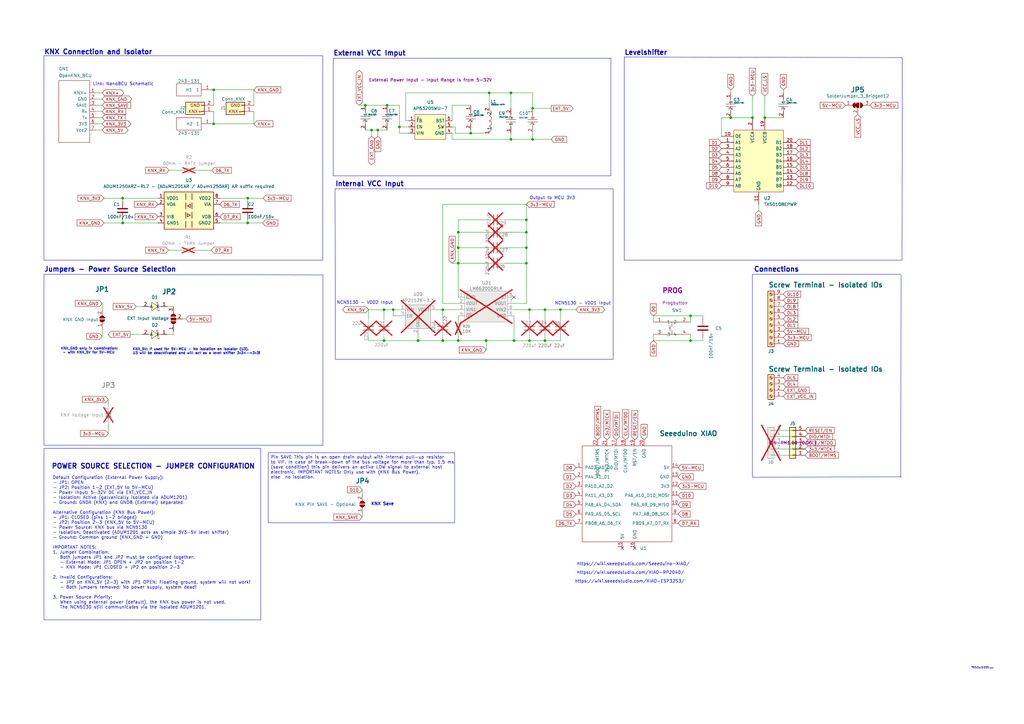
<source format=kicad_sch>
(kicad_sch (version 20250114) (generator "eeschema") (generator_version "9.0")
  (paper "A3")
  (title_block (title "KNeoPix") (date "2023-02-12") (rev "1.3") (company "OpenKNX") (comment 2 "URL: https://github.com/OpenKNX") (comment 3 "Author: Erkan Çolak"))
  (rectangle (start 18.034 183.896) (end 106.934 254.254))
  (text "KNX_5V: If used for 5V-MCU - No isolation on isolator (U3).\nU3 will be deacktivated and will act as a level shifter 3v3<->3v3!" (at 54.356 145.542 0) (effects (font (size 1 1) (bold yes)) (justify left bottom)))
  (text "External VCC Imput" (at 136.652 23.114 0) (effects (font (size 2 2) (bold yes)) (justify left bottom)))
  (text "Jumpers - Power Source Selection" (at 18.034 111.76 0) (effects (font (size 2 2) (bold yes)) (justify left bottom)))
  (text "Output to MCU 3V3" (at 226.568 81.28 0) (effects (font (size 1.27 1.27))))
  (text "Levelshifter" (at 256.032 22.86 0) (effects (font (size 2 2) (bold yes)) (justify left bottom)))
  (text "Link: NanoBCU Schematic" (at 50.546 34.544 0) (effects (font (size 1.27 1.27))))
  (text "KNX_GND only in combination:\n - with KNX_5V for 5V-MCU" (at 24.892 145.288 0) (effects (font (size 1 1) (bold yes)) (justify left bottom)))
  (text "Pin SAVE This pin is an open drain output with internal pull-up resistor \nto VIF. In case of break-down of the bus voltage for more than typ. 1.5 ms \n(save condition) this pin delivers an active LOW signal to external host \nelectronic. IMPORTANT NOTES: Only use with (KNX Bus Power), \nelse  no isolation." (at 110.998 196.596 0) (effects (font (size 1.27 1.27)) (justify left bottom)))
  (text "KNX Connection and Isolator" (at 18.034 22.606 0) (effects (font (size 2 2) (bold yes)) (justify left bottom)))
  (text "https://wiki.seeedstudio.com/XIAO-RP2040/" (at 236.601 235.712 0) (effects (font (size 1.27 1.27)) (justify left bottom)))
  (text "https://wiki.seeedstudio.com/XIAO-ESP32S3/" (at 235.712 239.268 0) (effects (font (size 1.27 1.27)) (justify left bottom)))
  (text "POWER SOURCE SELECTION - JUMPER CONFIGURATION" (at 21.082 192.532 0) (effects (font (size 2 2) (bold yes)) (justify left bottom)))
  (text "Default Configuration (External Power Supply):\n- JP1: OPEN\n- JP2: Position 1-2 (EXT_5V to 5V-MCU)\n- Power Input: 5-32V DC via EXT_VCC_IN\n- Isolation: Active (galvanically isolated via ADUM1201)\n- Ground: GNDA (KNX) and GNDB (External) separated\n\nAlternative Configuration (KNX Bus Power):\n- JP1: CLOSED (pins 1-2 bridged)\n- JP2: Position 2-3 (KNX_5V to 5V-MCU)\n- Power Source: KNX bus via NCN5130\n- Isolation: Deactivated (ADUM1201 acts as simple 3V3-5V level shifter)\n- Ground: Common ground (KNX_GND = GND)\n\nIMPORTANT NOTES:\n1. Jumper Combination:\n   Both jumpers JP1 and JP2 must be configured together:\n   - External Mode: JP1 OPEN + JP2 on position 1-2\n   - KNX Mode: JP1 CLOSED + JP2 on position 2-3\n\n2. Invalid Configurations:\n   - JP2 on KNX_5V (2-3) with JP1 OPEN: Floating ground, system will not work!\n   - Both jumpers removed: No power supply, system dead!\n\n3. Power Source Priority:\n   When using external power (default), the KNX bus power is not used.\n   The NCN5130 still communicates via the isolated ADUM1201." (at 21.59 249.936 0) (effects (font (size 1.27 1.27)) (justify left bottom)))
  (text "TODO for V1.4 - New Variante: \n- Flip Nano BCU, so the Top is buttom\n" (at 398.272 274.32 0) (effects (font (size 0.3 0.3) (bold yes)) (justify left bottom)))
  (text "NCN5130 - VDD1 Input" (at 239.014 124.46 0) (effects (font (size 1.27 1.27))))
  (text "NCN5130 - VDD2 Input" (at 149.606 124.206 0) (effects (font (size 1.27 1.27))))
  (text "Internal VCC Input" (at 137.414 76.708 0) (effects (font (size 2 2) (bold yes)) (justify left bottom)))
  (text "Connections" (at 309.118 111.76 0) (effects (font (size 2 2) (thickness 0.4) (bold yes)) (justify left bottom)))
  (text "https://wiki.seeedstudio.com/Seeeduino-XIAO/" (at 236.601 232.156 0) (effects (font (size 1.27 1.27)) (justify left bottom)))
  (text "KNX Save" (at 152.146 207.518 0) (effects (font (size 1.27 1.27) (thickness 0.254) (bold yes)) (justify left bottom)))
  (junction (at 215.9 90.17))
  (junction (at 171.45 139.7))
  (junction (at 223.52 139.7))
  (junction (at 313.69 48.26))
  (junction (at 161.29 127))
  (junction (at 210.82 139.7))
  (junction (at 157.48 127))
  (junction (at 50.292 81.28))
  (junction (at 87.63 50.8))
  (junction (at 187.96 107.95))
  (junction (at 218.44 57.15))
  (junction (at 158.75 43.18))
  (junction (at 101.6 81.28))
  (junction (at 50.292 91.44))
  (junction (at 154.94 53.34))
  (junction (at 209.55 57.15))
  (junction (at 215.9 107.95))
  (junction (at 217.17 139.7))
  (junction (at 215.9 95.25))
  (junction (at 193.04 54.61))
  (junction (at 87.63 36.83))
  (junction (at 187.96 139.7))
  (junction (at 101.6 91.44))
  (junction (at 149.86 43.18))
  (junction (at 187.96 101.6))
  (junction (at 215.9 101.6))
  (junction (at 283.21 139.7))
  (junction (at 163.83 52.07))
  (junction (at 229.87 127))
  (junction (at 209.55 38.1))
  (junction (at 223.52 127))
  (junction (at 308.61 48.26))
  (junction (at 187.96 95.25))
  (junction (at 299.72 48.26))
  (junction (at 157.48 139.7))
  (junction (at 218.44 44.45))
  (junction (at 217.17 127))
  (junction (at 152.4 53.34))
  (junction (at 283.21 129.54))
  (junction (at 199.39 139.7))
  (junction (at 181.61 139.7))
  (junction (at 200.66 38.1))
  (junction (at 181.61 127))
  (no_connect (at 210.82 121.92))
  (no_connect (at 255.27 224.79))
  (no_connect (at 260.35 224.79))
  (wire (pts (xy 215.9 83.82) (xy 215.9 90.17)))
  (polyline (pts (xy 132.461 182.626) (xy 18.034 182.626)))
  (wire (pts (xy 283.21 129.54) (xy 283.21 132.08)))
  (wire (pts (xy 321.31 36.83) (xy 321.31 38.1)))
  (wire (pts (xy 44.45 163.83) (xy 44.45 166.37)))
  (polyline (pts (xy 308.61 112.522) (xy 308.61 195.707)))
  (wire (pts (xy 154.94 53.34) (xy 158.75 53.34)))
  (wire (pts (xy 187.96 137.16) (xy 187.96 139.7)))
  (wire (pts (xy 223.52 139.7) (xy 229.87 139.7)))
  (polyline (pts (xy 251.46 77.47) (xy 251.46 147.32)))
  (wire (pts (xy 41.91 43.18) (xy 39.37 43.18)))
  (wire (pts (xy 200.66 38.1) (xy 166.37 38.1)))
  (wire (pts (xy 171.45 139.7) (xy 181.61 139.7)))
  (wire (pts (xy 152.4 53.34) (xy 154.94 53.34)))
  (wire (pts (xy 330.2 179.07) (xy 321.31 179.07)))
  (wire (pts (xy 215.9 101.6) (xy 215.9 107.95)))
  (wire (pts (xy 299.72 48.26) (xy 308.61 48.26)))
  (wire (pts (xy 218.44 57.15) (xy 218.44 54.61)))
  (wire (pts (xy 218.44 44.45) (xy 226.06 44.45)))
  (wire (pts (xy 288.29 138.43) (xy 288.29 139.7)))
  (wire (pts (xy 295.91 55.88) (xy 295.91 48.26)))
  (wire (pts (xy 179.07 127) (xy 181.61 127)))
  (wire (pts (xy 330.2 176.53) (xy 321.31 176.53)))
  (wire (pts (xy 313.69 39.37) (xy 313.69 48.26)))
  (wire (pts (xy 215.9 95.25) (xy 215.9 101.6)))
  (wire (pts (xy 87.63 45.72) (xy 87.63 50.8)))
  (wire (pts (xy 209.55 57.15) (xy 209.55 54.61)))
  (wire (pts (xy 267.97 129.54) (xy 283.21 129.54)))
  (polyline (pts (xy 136.652 23.876) (xy 250.698 23.876)))
  (wire (pts (xy 199.39 143.51) (xy 199.39 139.7)))
  (polyline (pts (xy 132.334 22.86) (xy 132.334 106.68)))
  (wire (pts (xy 267.97 129.54) (xy 267.97 132.08)))
  (wire (pts (xy 215.9 90.17) (xy 215.9 95.25)))
  (wire (pts (xy 158.75 43.18) (xy 163.83 43.18)))
  (wire (pts (xy 151.13 127) (xy 157.48 127)))
  (polyline (pts (xy 137.414 77.47) (xy 137.541 147.32)))
  (wire (pts (xy 79.756 102.616) (xy 86.614 102.616)))
  (wire (pts (xy 311.15 83.82) (xy 311.15 86.36)))
  (wire (pts (xy 42.672 91.44) (xy 50.292 91.44)))
  (wire (pts (xy 186.69 52.07) (xy 186.69 54.61)))
  (wire (pts (xy 330.2 181.61) (xy 321.31 181.61)))
  (wire (pts (xy 207.01 107.95) (xy 215.9 107.95)))
  (wire (pts (xy 187.96 107.95) (xy 199.39 107.95)))
  (wire (pts (xy 229.87 130.81) (xy 229.87 127)))
  (wire (pts (xy 39.37 50.8) (xy 41.91 50.8)))
  (wire (pts (xy 313.69 48.26) (xy 321.31 48.26)))
  (wire (pts (xy 181.61 83.82) (xy 181.61 124.46)))
  (polyline (pts (xy 256.032 23.368) (xy 256.032 106.68)))
  (wire (pts (xy 229.87 127) (xy 236.22 127)))
  (wire (pts (xy 50.292 82.55) (xy 50.292 81.28)))
  (polyline (pts (xy 18.034 112.522) (xy 18.034 182.626)))
  (wire (pts (xy 69.342 69.85) (xy 74.93 69.85)))
  (wire (pts (xy 218.44 38.1) (xy 218.44 44.45)))
  (wire (pts (xy 181.61 127) (xy 181.61 130.81)))
  (wire (pts (xy 229.87 138.43) (xy 229.87 139.7)))
  (wire (pts (xy 200.66 38.1) (xy 209.55 38.1)))
  (wire (pts (xy 41.91 127) (xy 41.91 124.46)))
  (wire (pts (xy 55.88 125.73) (xy 58.42 125.73)))
  (wire (pts (xy 226.06 57.15) (xy 218.44 57.15)))
  (wire (pts (xy 283.21 137.16) (xy 283.21 139.7)))
  (wire (pts (xy 181.61 124.46) (xy 187.96 124.46)))
  (wire (pts (xy 185.42 43.18) (xy 185.42 49.53)))
  (wire (pts (xy 147.32 43.18) (xy 149.86 43.18)))
  (wire (pts (xy 187.96 129.54) (xy 187.96 132.08)))
  (wire (pts (xy 50.292 81.28) (xy 64.77 81.28)))
  (wire (pts (xy 308.61 39.37) (xy 308.61 48.26)))
  (wire (pts (xy 185.42 54.61) (xy 185.42 57.15)))
  (wire (pts (xy 163.83 129.54) (xy 161.29 129.54)))
  (wire (pts (xy 41.91 137.922) (xy 41.91 134.62)))
  (wire (pts (xy 39.37 45.72) (xy 41.91 45.72)))
  (wire (pts (xy 181.61 139.7) (xy 181.61 138.43)))
  (wire (pts (xy 207.01 101.6) (xy 215.9 101.6)))
  (polyline (pts (xy 256.032 23.368) (xy 370.078 23.622)))
  (wire (pts (xy 187.96 101.6) (xy 187.96 95.25)))
  (wire (pts (xy 186.69 54.61) (xy 193.04 54.61)))
  (wire (pts (xy 151.13 139.7) (xy 157.48 139.7)))
  (wire (pts (xy 181.61 139.7) (xy 187.96 139.7)))
  (polyline (pts (xy 369.951 106.68) (xy 370.078 23.622)))
  (wire (pts (xy 101.6 81.28) (xy 107.95 81.28)))
  (wire (pts (xy 209.55 38.1) (xy 209.55 44.45)))
  (wire (pts (xy 295.91 48.26) (xy 299.72 48.26)))
  (wire (pts (xy 44.45 173.99) (xy 44.45 177.8)))
  (wire (pts (xy 187.96 90.17) (xy 199.39 90.17)))
  (wire (pts (xy 217.17 139.7) (xy 223.52 139.7)))
  (wire (pts (xy 200.66 44.45) (xy 200.66 38.1)))
  (wire (pts (xy 90.17 81.28) (xy 101.6 81.28)))
  (wire (pts (xy 187.96 107.95) (xy 187.96 101.6)))
  (polyline (pts (xy 250.571 72.136) (xy 136.652 72.136)))
  (wire (pts (xy 157.48 127) (xy 157.48 130.81)))
  (wire (pts (xy 217.17 127) (xy 223.52 127)))
  (wire (pts (xy 166.37 38.1) (xy 166.37 49.53)))
  (wire (pts (xy 217.17 127) (xy 217.17 130.81)))
  (wire (pts (xy 185.42 43.18) (xy 193.04 43.18)))
  (polyline (pts (xy 256.032 106.68) (xy 369.951 106.68)))
  (wire (pts (xy 171.45 137.16) (xy 171.45 139.7)))
  (wire (pts (xy 39.37 38.1) (xy 41.91 38.1)))
  (polyline (pts (xy 18.034 22.86) (xy 18.034 106.68)))
  (polyline (pts (xy 251.46 147.32) (xy 137.541 147.32)))
  (polyline (pts (xy 132.334 106.68) (xy 18.034 106.68)))
  (wire (pts (xy 330.2 184.15) (xy 321.31 184.15)))
  (wire (pts (xy 283.21 139.7) (xy 288.29 139.7)))
  (wire (pts (xy 76.2 130.81) (xy 74.93 130.81)))
  (wire (pts (xy 217.17 138.43) (xy 217.17 139.7)))
  (wire (pts (xy 71.12 137.16) (xy 71.12 135.89)))
  (wire (pts (xy 161.29 129.54) (xy 161.29 127)))
  (polyline (pts (xy 137.414 77.47) (xy 251.46 77.47)))
  (wire (pts (xy 149.86 43.18) (xy 158.75 43.18)))
  (polyline (pts (xy 132.461 112.776) (xy 132.461 182.626)))
  (wire (pts (xy 101.6 90.17) (xy 101.6 91.44)))
  (wire (pts (xy 193.04 53.34) (xy 193.04 54.61)))
  (wire (pts (xy 104.14 36.83) (xy 104.14 43.18)))
  (polyline (pts (xy 308.61 112.522) (xy 369.57 112.522)))
  (wire (pts (xy 210.82 139.7) (xy 217.17 139.7)))
  (wire (pts (xy 283.21 129.54) (xy 288.29 129.54)))
  (polyline (pts (xy 18.034 112.522) (xy 132.461 112.776)))
  (wire (pts (xy 163.83 52.07) (xy 167.64 52.07)))
  (wire (pts (xy 149.86 53.34) (xy 152.4 53.34)))
  (wire (pts (xy 157.48 139.7) (xy 171.45 139.7)))
  (wire (pts (xy 181.61 83.82) (xy 215.9 83.82)))
  (wire (pts (xy 207.01 95.25) (xy 215.9 95.25)))
  (wire (pts (xy 68.58 125.73) (xy 71.12 125.73)))
  (wire (pts (xy 50.292 91.44) (xy 64.77 91.44)))
  (wire (pts (xy 154.94 55.88) (xy 154.94 53.34)))
  (wire (pts (xy 299.72 38.1) (xy 299.72 36.83)))
  (wire (pts (xy 210.82 129.54) (xy 210.82 139.7)))
  (wire (pts (xy 39.37 40.64) (xy 41.91 40.64)))
  (wire (pts (xy 39.37 48.26) (xy 41.91 48.26)))
  (wire (pts (xy 80.01 69.85) (xy 86.868 69.85)))
  (wire (pts (xy 157.48 138.43) (xy 157.48 139.7)))
  (wire (pts (xy 267.97 137.16) (xy 267.97 139.7)))
  (wire (pts (xy 161.29 127) (xy 163.83 127)))
  (wire (pts (xy 193.04 54.61) (xy 200.66 54.61)))
  (wire (pts (xy 157.48 127) (xy 161.29 127)))
  (wire (pts (xy 187.96 107.95) (xy 187.96 121.92)))
  (polyline (pts (xy 109.982 185.674) (xy 186.436 185.674)))
  (polyline (pts (xy 109.982 185.674) (xy 109.982 214.376)))
  (wire (pts (xy 223.52 139.7) (xy 223.52 138.43)))
  (wire (pts (xy 163.83 52.07) (xy 163.83 54.61)))
  (wire (pts (xy 148.59 200.914) (xy 148.59 202.946)))
  (wire (pts (xy 199.39 139.7) (xy 210.82 139.7)))
  (polyline (pts (xy 308.61 195.707) (xy 369.57 195.58)))
  (wire (pts (xy 185.42 52.07) (xy 186.69 52.07)))
  (wire (pts (xy 223.52 127) (xy 223.52 130.81)))
  (wire (pts (xy 288.29 129.54) (xy 288.29 130.81)))
  (wire (pts (xy 223.52 127) (xy 229.87 127)))
  (wire (pts (xy 104.14 50.8) (xy 104.14 45.72)))
  (wire (pts (xy 215.9 107.95) (xy 215.9 124.46)))
  (wire (pts (xy 163.83 43.18) (xy 163.83 52.07)))
  (wire (pts (xy 187.96 95.25) (xy 187.96 90.17)))
  (wire (pts (xy 90.17 91.44) (xy 101.6 91.44)))
  (wire (pts (xy 185.42 107.95) (xy 187.96 107.95)))
  (wire (pts (xy 152.4 55.88) (xy 152.4 53.34)))
  (wire (pts (xy 210.82 127) (xy 217.17 127)))
  (wire (pts (xy 151.13 127) (xy 151.13 130.81)))
  (wire (pts (xy 151.13 139.7) (xy 151.13 138.43)))
  (polyline (pts (xy 369.443 195.834) (xy 369.57 112.776)))
  (wire (pts (xy 50.292 90.17) (xy 50.292 91.44)))
  (wire (pts (xy 207.01 90.17) (xy 215.9 90.17)))
  (wire (pts (xy 87.63 36.83) (xy 87.63 43.18)))
  (wire (pts (xy 87.63 50.8) (xy 104.14 50.8)))
  (wire (pts (xy 187.96 139.7) (xy 199.39 139.7)))
  (wire (pts (xy 101.6 82.55) (xy 101.6 81.28)))
  (wire (pts (xy 187.96 95.25) (xy 199.39 95.25)))
  (wire (pts (xy 181.61 127) (xy 187.96 127)))
  (wire (pts (xy 209.55 38.1) (xy 218.44 38.1)))
  (wire (pts (xy 267.97 139.7) (xy 283.21 139.7)))
  (wire (pts (xy 69.088 102.616) (xy 74.676 102.616)))
  (wire (pts (xy 87.63 36.83) (xy 104.14 36.83)))
  (wire (pts (xy 330.2 186.69) (xy 321.31 186.69)))
  (wire (pts (xy 185.42 57.15) (xy 209.55 57.15)))
  (wire (pts (xy 53.34 137.16) (xy 58.42 137.16)))
  (wire (pts (xy 187.96 101.6) (xy 199.39 101.6)))
  (wire (pts (xy 42.672 81.28) (xy 50.292 81.28)))
  (wire (pts (xy 218.44 57.15) (xy 209.55 57.15)))
  (polyline (pts (xy 186.436 185.674) (xy 186.436 214.376)))
  (wire (pts (xy 167.64 54.61) (xy 163.83 54.61)))
  (wire (pts (xy 41.91 53.34) (xy 39.37 53.34)))
  (wire (pts (xy 215.9 124.46) (xy 210.82 124.46)))
  (wire (pts (xy 166.37 49.53) (xy 167.64 49.53)))
  (polyline (pts (xy 186.436 214.376) (xy 109.982 214.376)))
  (polyline (pts (xy 136.652 23.876) (xy 136.652 72.136)))
  (polyline (pts (xy 250.571 23.876) (xy 250.571 72.136)))
  (wire (pts (xy 148.59 212.09) (xy 148.59 210.566)))
  (polyline (pts (xy 18.034 22.86) (xy 132.334 22.86)))
  (wire (pts (xy 101.6 91.44) (xy 107.696 91.44)))
  (wire (pts (xy 68.58 137.16) (xy 71.12 137.16)))
  (global_label "D10" (shape input) (at 148.59 200.914 180) (property "Intersheetrefs" "${INTERSHEET_REFS}" (effects (hide yes))))
  (global_label "DL4" (shape input) (at 321.31 157.48 0) (property "Intersheetrefs" "${INTERSHEET_REFS}" (effects (hide yes))))
  (global_label "DL1" (shape input) (at 326.39 58.42 0) (property "Intersheetrefs" "${INTERSHEET_REFS}" (effects (hide yes))))
  (global_label "3v3-MCU" (shape input) (at 215.9 83.82 0) (property "Intersheetrefs" "${INTERSHEET_REFS}" (effects (hide yes))))
  (global_label "3v3-MCU" (shape input) (at 356.87 43.18 0) (property "Intersheetrefs" "${INTERSHEET_REFS}" (effects (hide yes))))
  (global_label "EXT_VCC_IN" (shape bidirectional) (at 147.32 43.18 90) (property "Intersheetrefs" "${INTERSHEET_REFS}" (effects (hide yes))))
  (global_label "D6_TX" (shape input) (at 236.22 214.63 180) (property "Intersheetrefs" "${INTERSHEET_REFS}" (effects (hide yes))))
  (global_label "EXT_GND" (shape input) (at 321.31 160.02 0) (property "Intersheetrefs" "${INTERSHEET_REFS}" (effects (hide yes))))
  (global_label "5V-MCU" (shape input) (at 321.31 135.89 0) (property "Intersheetrefs" "${INTERSHEET_REFS}" (effects (hide yes))))
  (global_label "GND" (shape input) (at 41.91 137.922 180) (property "Intersheetrefs" "${INTERSHEET_REFS}" (effects (hide yes))))
  (global_label "GND" (shape input) (at 299.72 36.83 90) (property "Intersheetrefs" "${INTERSHEET_REFS}" (effects (hide yes))))
  (global_label "KNX_3V3" (shape input) (at 42.672 81.28 180) (property "Intersheetrefs" "${INTERSHEET_REFS}" (effects (hide yes))))
  (global_label "D7_RX" (shape input) (at 90.17 88.9 0) (property "Intersheetrefs" "${INTERSHEET_REFS}" (effects (hide yes))))
  (global_label "KNX_GND" (shape input) (at 185.42 107.95 90) (property "Intersheetrefs" "${INTERSHEET_REFS}" (effects (hide yes))))
  (global_label "D0" (shape input) (at 236.22 191.77 180) (property "Intersheetrefs" "${INTERSHEET_REFS}" (effects (hide yes))))
  (global_label "RESET{slash}EN" (shape input) (at 260.35 180.34 90) (property "Intersheetrefs" "${INTERSHEET_REFS}" (effects (hide yes))))
  (global_label "GND" (shape input) (at 107.696 91.44 0) (property "Intersheetrefs" "${INTERSHEET_REFS}" (effects (hide yes))))
  (global_label "DL3" (shape input) (at 326.39 63.5 0) (property "Intersheetrefs" "${INTERSHEET_REFS}" (effects (hide yes))))
  (global_label "D1" (shape input) (at 236.22 195.58 180) (property "Intersheetrefs" "${INTERSHEET_REFS}" (effects (hide yes))))
  (global_label "KNX_GND" (shape bidirectional) (at 41.91 40.64 0) (property "Intersheetrefs" "${INTERSHEET_REFS}" (effects (hide yes))))
  (global_label "GND" (shape input) (at 278.13 195.58 0) (property "Intersheetrefs" "${INTERSHEET_REFS}" (effects (hide yes))))
  (global_label "3v3-MCU" (shape input) (at 278.13 199.39 0) (property "Intersheetrefs" "${INTERSHEET_REFS}" (effects (hide yes))))
  (global_label "KNX_GND" (shape input) (at 199.39 143.51 180) (property "Intersheetrefs" "${INTERSHEET_REFS}" (effects (hide yes))))
  (global_label "D4" (shape input) (at 236.22 207.01 180) (property "Intersheetrefs" "${INTERSHEET_REFS}" (effects (hide yes))))
  (global_label "DL9" (shape input) (at 326.39 73.66 0) (property "Intersheetrefs" "${INTERSHEET_REFS}" (effects (hide yes))))
  (global_label "DL9" (shape input) (at 321.31 123.19 0) (property "Intersheetrefs" "${INTERSHEET_REFS}" (effects (hide yes))))
  (global_label "BOOT{slash}MTMS" (shape input) (at 330.2 186.69 0) (property "Intersheetrefs" "${INTERSHEET_REFS}" (effects (hide yes))))
  (global_label "DIO{slash}MTDI" (shape input) (at 252.73 180.34 90) (property "Intersheetrefs" "${INTERSHEET_REFS}" (effects (hide yes))))
  (global_label "D6_TX" (shape input) (at 86.868 69.85 0) (property "Intersheetrefs" "${INTERSHEET_REFS}" (effects (hide yes))))
  (global_label "D5" (shape input) (at 295.91 68.58 180) (property "Intersheetrefs" "${INTERSHEET_REFS}" (effects (hide yes))))
  (global_label "KNX_TX" (shape input) (at 69.088 102.616 180) (property "Intersheetrefs" "${INTERSHEET_REFS}" (effects (hide yes))))
  (global_label "VCC_LS" (shape input) (at 313.69 39.37 90) (property "Intersheetrefs" "${INTERSHEET_REFS}" (effects (hide yes))))
  (global_label "D5" (shape input) (at 236.22 210.82 180) (property "Intersheetrefs" "${INTERSHEET_REFS}" (effects (hide yes))))
  (global_label "KNX_GND" (shape input) (at 104.14 36.83 0) (property "Intersheetrefs" "${INTERSHEET_REFS}" (effects (hide yes))))
  (global_label "D1" (shape input) (at 295.91 58.42 180) (property "Intersheetrefs" "${INTERSHEET_REFS}" (effects (hide yes))))
  (global_label "KNX_SAVE" (shape input) (at 148.59 212.09 180) (property "Intersheetrefs" "${INTERSHEET_REFS}" (effects (hide yes))))
  (global_label "3v3-MCU" (shape input) (at 308.61 39.37 90) (property "Intersheetrefs" "${INTERSHEET_REFS}" (effects (hide yes))))
  (global_label "DL5" (shape input) (at 326.39 68.58 0) (property "Intersheetrefs" "${INTERSHEET_REFS}" (effects (hide yes))))
  (global_label "D10" (shape input) (at 278.13 203.2 0) (property "Intersheetrefs" "${INTERSHEET_REFS}" (effects (hide yes))))
  (global_label "GND" (shape input) (at 264.16 180.34 90) (property "Intersheetrefs" "${INTERSHEET_REFS}" (effects (hide yes))))
  (global_label "EXT_5V" (shape output) (at 226.06 44.45 0) (property "Intersheetrefs" "${INTERSHEET_REFS}" (effects (hide yes))))
  (global_label "KNX+" (shape bidirectional) (at 41.91 38.1 0) (property "Intersheetrefs" "${INTERSHEET_REFS}" (effects (hide yes))))
  (global_label "3v3{slash}MTCK" (shape input) (at 248.92 180.34 90) (property "Intersheetrefs" "${INTERSHEET_REFS}" (effects (hide yes))))
  (global_label "GND" (shape input) (at 154.94 55.88 270) (property "Intersheetrefs" "${INTERSHEET_REFS}" (effects (hide yes))))
  (global_label "GND" (shape input) (at 311.15 86.36 270) (property "Intersheetrefs" "${INTERSHEET_REFS}" (effects (hide yes))))
  (global_label "D7_RX" (shape input) (at 86.614 102.616 0) (property "Intersheetrefs" "${INTERSHEET_REFS}" (effects (hide yes))))
  (global_label "DL2" (shape input) (at 321.31 130.81 0) (property "Intersheetrefs" "${INTERSHEET_REFS}" (effects (hide yes))))
  (global_label "D0" (shape input) (at 267.97 129.54 90) (property "Intersheetrefs" "${INTERSHEET_REFS}" (effects (hide yes))))
  (global_label "BOOT{slash}MTMS" (shape input) (at 245.11 180.34 90) (property "Intersheetrefs" "${INTERSHEET_REFS}" (effects (hide yes))))
  (global_label "KNX_5V" (shape input) (at 55.88 125.73 180) (property "Intersheetrefs" "${INTERSHEET_REFS}" (effects (hide yes))))
  (global_label "D9" (shape input) (at 278.13 207.01 0) (property "Intersheetrefs" "${INTERSHEET_REFS}" (effects (hide yes))))
  (global_label "EXT_GND" (shape bidirectional) (at 152.4 55.88 270) (property "Intersheetrefs" "${INTERSHEET_REFS}" (effects (hide yes))))
  (global_label "3v3-MCU" (shape input) (at 107.95 81.28 0) (property "Intersheetrefs" "${INTERSHEET_REFS}" (effects (hide yes))))
  (global_label "KNX_RX" (shape input) (at 64.77 83.82 180) (property "Intersheetrefs" "${INTERSHEET_REFS}" (effects (hide yes))))
  (global_label "DL5" (shape input) (at 321.31 154.94 0) (property "Intersheetrefs" "${INTERSHEET_REFS}" (effects (hide yes))))
  (global_label "3v3{slash}MTCK" (shape input) (at 330.2 184.15 0) (property "Intersheetrefs" "${INTERSHEET_REFS}" (effects (hide yes))))
  (global_label "KNX+" (shape input) (at 104.14 50.8 0) (property "Intersheetrefs" "${INTERSHEET_REFS}" (effects (hide yes))))
  (global_label "KNX_GND" (shape input) (at 41.91 124.46 180) (property "Intersheetrefs" "${INTERSHEET_REFS}" (effects (hide yes))))
  (global_label "DL8" (shape input) (at 326.39 71.12 0) (property "Intersheetrefs" "${INTERSHEET_REFS}" (effects (hide yes))))
  (global_label "D3" (shape input) (at 236.22 203.2 180) (property "Intersheetrefs" "${INTERSHEET_REFS}" (effects (hide yes))))
  (global_label "KNX_3V3" (shape input) (at 44.45 163.83 180) (property "Intersheetrefs" "${INTERSHEET_REFS}" (effects (hide yes))))
  (global_label "DL1" (shape input) (at 321.31 133.35 0) (property "Intersheetrefs" "${INTERSHEET_REFS}" (effects (hide yes))))
  (global_label "KNX_3V3" (shape bidirectional) (at 236.22 127 0) (property "Intersheetrefs" "${INTERSHEET_REFS}" (effects (hide yes))))
  (global_label "DL2" (shape input) (at 326.39 60.96 0) (property "Intersheetrefs" "${INTERSHEET_REFS}" (effects (hide yes))))
  (global_label "D10" (shape input) (at 295.91 76.2 180) (property "Intersheetrefs" "${INTERSHEET_REFS}" (effects (hide yes))))
  (global_label "KNX_5V" (shape bidirectional) (at 151.13 127 180) (property "Intersheetrefs" "${INTERSHEET_REFS}" (effects (hide yes))))
  (global_label "5V-MCU" (shape input) (at 76.2 130.81 0) (property "Intersheetrefs" "${INTERSHEET_REFS}" (effects (hide yes))))
  (global_label "GND" (shape input) (at 267.97 139.7 270) (property "Intersheetrefs" "${INTERSHEET_REFS}" (effects (hide yes))))
  (global_label "KNX_3V3" (shape bidirectional) (at 41.91 50.8 0) (property "Intersheetrefs" "${INTERSHEET_REFS}" (effects (hide yes))))
  (global_label "DL4" (shape input) (at 326.39 66.04 0) (property "Intersheetrefs" "${INTERSHEET_REFS}" (effects (hide yes))))
  (global_label "D6_TX" (shape input) (at 90.17 83.82 0) (property "Intersheetrefs" "${INTERSHEET_REFS}" (effects (hide yes))))
  (global_label "D7_RX" (shape input) (at 278.13 214.63 0) (property "Intersheetrefs" "${INTERSHEET_REFS}" (effects (hide yes))))
  (global_label "DL3" (shape input) (at 321.31 128.27 0) (property "Intersheetrefs" "${INTERSHEET_REFS}" (effects (hide yes))))
  (global_label "5V-MCU" (shape input) (at 346.71 43.18 180) (property "Intersheetrefs" "${INTERSHEET_REFS}" (effects (hide yes))))
  (global_label "D3" (shape input) (at 295.91 63.5 180) (property "Intersheetrefs" "${INTERSHEET_REFS}" (effects (hide yes))))
  (global_label "KNX_TX" (shape input) (at 41.91 48.26 0) (property "Intersheetrefs" "${INTERSHEET_REFS}" (effects (hide yes))))
  (global_label "RESET{slash}EN" (shape input) (at 330.2 176.53 0) (property "Intersheetrefs" "${INTERSHEET_REFS}" (effects (hide yes))))
  (global_label "DIO{slash}MTDI" (shape input) (at 330.2 179.07 0) (property "Intersheetrefs" "${INTERSHEET_REFS}" (effects (hide yes))))
  (global_label "KNX_5V" (shape bidirectional) (at 41.91 53.34 0) (property "Intersheetrefs" "${INTERSHEET_REFS}" (effects (hide yes))))
  (global_label "EXT_VCC_IN" (shape input) (at 321.31 162.56 0) (property "Intersheetrefs" "${INTERSHEET_REFS}" (effects (hide yes))))
  (global_label "DL10" (shape input) (at 326.39 76.2 0) (property "Intersheetrefs" "${INTERSHEET_REFS}" (effects (hide yes))))
  (global_label "GND" (shape input) (at 321.31 36.83 90) (property "Intersheetrefs" "${INTERSHEET_REFS}" (effects (hide yes))))
  (global_label "CLK{slash}MTDO" (shape input) (at 256.54 180.34 90) (property "Intersheetrefs" "${INTERSHEET_REFS}" (effects (hide yes))))
  (global_label "KNX_RX" (shape input) (at 69.342 69.85 180) (property "Intersheetrefs" "${INTERSHEET_REFS}" (effects (hide yes))))
  (global_label "KNX_GND" (shape input) (at 42.672 91.44 180) (property "Intersheetrefs" "${INTERSHEET_REFS}" (effects (hide yes))))
  (global_label "D9" (shape input) (at 295.91 73.66 180) (property "Intersheetrefs" "${INTERSHEET_REFS}" (effects (hide yes))))
  (global_label "DL10" (shape input) (at 321.31 120.65 0) (property "Intersheetrefs" "${INTERSHEET_REFS}" (effects (hide yes))))
  (global_label "D8" (shape input) (at 278.13 210.82 0) (property "Intersheetrefs" "${INTERSHEET_REFS}" (effects (hide yes))))
  (global_label "KNX_SAVE" (shape input) (at 41.91 43.18 0) (property "Intersheetrefs" "${INTERSHEET_REFS}" (effects (hide yes))))
  (global_label "D2" (shape input) (at 236.22 199.39 180) (property "Intersheetrefs" "${INTERSHEET_REFS}" (effects (hide yes))))
  (global_label "GND" (shape input) (at 321.31 140.97 0) (property "Intersheetrefs" "${INTERSHEET_REFS}" (effects (hide yes))))
  (global_label "3v3-MCU" (shape input) (at 44.45 177.8 180) (property "Intersheetrefs" "${INTERSHEET_REFS}" (effects (hide yes))))
  (global_label "KNX_TX" (shape input) (at 64.77 88.9 180) (property "Intersheetrefs" "${INTERSHEET_REFS}" (effects (hide yes))))
  (global_label "VCC_LS" (shape input) (at 351.79 46.99 270) (property "Intersheetrefs" "${INTERSHEET_REFS}" (effects (hide yes))))
  (global_label "DL8" (shape input) (at 321.31 125.73 0) (property "Intersheetrefs" "${INTERSHEET_REFS}" (effects (hide yes))))
  (global_label "EXT_5V" (shape output) (at 53.34 137.16 180) (property "Intersheetrefs" "${INTERSHEET_REFS}" (effects (hide yes))))
  (global_label "KNX_RX" (shape input) (at 41.91 45.72 0) (property "Intersheetrefs" "${INTERSHEET_REFS}" (effects (hide yes))))
  (global_label "D2" (shape input) (at 295.91 60.96 180) (property "Intersheetrefs" "${INTERSHEET_REFS}" (effects (hide yes))))
  (global_label "3v3-MCU" (shape input) (at 321.31 138.43 0) (property "Intersheetrefs" "${INTERSHEET_REFS}" (effects (hide yes))))
  (global_label "D4" (shape input) (at 295.91 66.04 180) (property "Intersheetrefs" "${INTERSHEET_REFS}" (effects (hide yes))))
  (global_label "5V-MCU" (shape input) (at 278.13 191.77 0) (property "Intersheetrefs" "${INTERSHEET_REFS}" (effects (hide yes))))
  (global_label "D8" (shape input) (at 295.91 71.12 180) (property "Intersheetrefs" "${INTERSHEET_REFS}" (effects (hide yes))))
  (global_label "CLK{slash}MTDO" (shape input) (at 330.2 181.61 0) (property "Intersheetrefs" "${INTERSHEET_REFS}" (effects (hide yes))))
  (global_label "GND" (shape input) (at 226.06 57.15 0) (property "Intersheetrefs" "${INTERSHEET_REFS}" (effects (hide yes))))
  (symbol (lib_id "KNeoPix.symbols:Conn_KNX") (at 82.55 45.72 180) (unit 1) (in_bom no)
    (property "Reference" "J2" (at 74.93 44.196 0))
    (property "Value" "Conn_KNX" (at 71.12 45.974 0))
    (property "Footprint" "KNeoPix:KNX_Connector_Light" (effects (hide yes)))
  )
  (symbol (lib_id "KNeoPix.symbols:SolderJumper_2_Open") (at 148.59 206.756 90) (unit 1) (in_bom no)
    (property "Reference" "JP4" (at 148.717 197.231 90) (effects (font (size 2 2) (bold yes))))
    (property "Value" "KNX Pin SAVE - Optional" (at 133.477 206.883 90))
    (property "Footprint" "KNeoPix:SolderJumper-2_P1.3mm_Open_Pad1.0x1.5mm" (effects (hide yes)))
  )
  (symbol (lib_id "KNeoPix.symbols:C") (at 181.61 134.62 0) (unit 1) (exclude_from_sim yes) (in_bom no) (on_board no) (dnp yes)
    (property "Reference" "C22" (at 182.626 133.35 90) (effects (justify left)))
    (property "Value" "22uf" (at 177.8 136.398 90) (effects (justify left)))
    (property "Footprint" "Capacitor_SMD:C_0402_1005Metric" (effects (hide yes)))
    (property "Datasheet" "https://www.lcsc.com/datasheet/C105226.pdf" (effects (hide yes)))
    (property "Description" "CAP CER 22uF 6.3V X5R 0402" (effects (hide yes)))
    (property "LCSC" "C105226" (effects (hide yes)))
  )
  (symbol (lib_id "KNeoPix.symbols:Conn_KNX") (at 99.06 45.72 180) (unit 1) (in_bom no)
    (property "Reference" "J1" (at 92.71 44.196 0) (effects (justify left)))
    (property "Value" "Conn_KNX" (at 100.584 40.64 0) (effects (justify left)))
    (property "Footprint" "KNeoPix:KNX_Connector" (effects (hide yes)))
  )
  (symbol (lib_id "KNeoPix.symbols:243-131") (at 87.63 50.8 180) (unit 1)
    (property "Reference" "H2" (at 77.724 50.8 0))
    (property "Value" "243-131" (at 77.47 54.61 0))
    (property "Footprint" "KNeoPix:243131" (effects (hide yes)))
    (property "Datasheet" "https://www.wago.com/gb/pluggable-connectors/board-to-board-link/p/243-131" (effects (hide yes)))
    (property "Description" "WAGO - 243-131 - SOLDER PIN, 2MM, PCB TERMINAL BLOCK" (effects (hide yes)))
    (property "Height" "4.5" (effects (hide yes)))
    (property "Manufacturer_Name" "Wago" (effects (hide yes)))
    (property "Manufacturer_Part_Number" "243-131" (effects (hide yes)))
    (property "Arrow Part Number" "243-131" (effects (hide yes)))
    (property "Arrow Price/Stock" "https://www.arrow.com/en/products/243-131/wago-kontakttechnik-gmbh?region=europe" (effects (hide yes)))
    (property "lcsc" "C20252226" (effects (hide yes)))
  )
  (symbol (lib_id "KNeoPix.symbols:C") (at 157.48 134.62 0) (unit 1) (exclude_from_sim yes) (in_bom no) (on_board no) (dnp yes)
    (property "Reference" "C21" (at 154.178 132.588 0) (effects (justify left)))
    (property "Value" "220uf" (at 159.258 141.478 0) (effects (justify right)))
    (property "Footprint" "Capacitor_SMD:C_1206_3216Metric" (effects (hide yes)))
    (property "Datasheet" "https://www.lcsc.com/datasheet/C412252.pdf" (effects (hide yes)))
    (property "Description" "CAP CER 220uF 6.3V X5R 1206" (effects (hide yes)))
    (property "LCSC" "C412252" (effects (hide yes)))
  )
  (symbol (lib_id "lcsc:LM66200DRLR") (at 199.39 125.73 0) (unit 1) (exclude_from_sim yes) (in_bom no) (on_board no) (dnp yes)
    (property "Reference" "U21" (at 199.644 116.078 0))
    (property "Value" "LM66200DRLR" (at 199.39 118.364 0))
    (property "Footprint" "Package_TO_SOT_SMD:SOT-583-8" (effects (hide yes)))
    (property "Datasheet" "https://www.ti.com/cn/lit/ds/symlink/lm66200.pdf?ts=1763484785647&ref_url=https%253A%252F%252Fwww.lcsc.com%252F" (effects (hide yes)))
    (property "LCSC Part" "C3235556" (effects (hide yes)))
  )
  (symbol (lib_id "KNeoPix.symbols:C") (at 203.2 90.17 90) (unit 1) (exclude_from_sim yes) (in_bom no) (on_board no) (dnp yes)
    (property "Reference" "C29" (at 207.772 91.44 90) (effects (justify left)))
    (property "Value" "22uf" (at 200.406 92.202 0) (effects (justify left)))
    (property "Footprint" "Capacitor_SMD:C_0402_1005Metric" (effects (hide yes)))
    (property "Datasheet" "https://www.lcsc.com/datasheet/C105226.pdf" (effects (hide yes)))
    (property "Description" "CAP CER 22uF 6.3V X5R 0402" (effects (hide yes)))
    (property "LCSC" "C105226" (effects (hide yes)))
  )
  (symbol (lib_id "KNeoPix.symbols:C") (at 229.87 134.62 180) (unit 1) (exclude_from_sim yes) (in_bom no) (on_board no) (dnp yes)
    (property "Reference" "C25" (at 229.87 132.588 0) (effects (justify left)))
    (property "Value" "22uf" (at 231.648 141.732 0) (effects (justify left)))
    (property "Footprint" "Capacitor_SMD:C_0402_1005Metric" (effects (hide yes)))
    (property "Datasheet" "https://www.lcsc.com/datasheet/C105226.pdf" (effects (hide yes)))
    (property "Description" "CAP CER 22uF 6.3V X5R 0402" (effects (hide yes)))
    (property "LCSC" "C105226" (effects (hide yes)))
  )
  (symbol (lib_id "KNeoPix.symbols:C") (at 101.6 86.36 0) (unit 1)
    (property "Reference" "C2" (at 101.6 83.82 0) (effects (justify left)))
    (property "Value" "100nF/16v" (at 101.6 88.9 0) (effects (justify left)))
    (property "Footprint" "Capacitor_SMD:C_01005_0402Metric" (effects (hide yes)))
    (property "Datasheet" "https://www.lcsc.com/datasheet/C60474.pdf" (effects (hide yes)))
    (property "Description" "CAP CER 100nF 16V X7R 0402" (effects (hide yes)))
    (property "LCSC Part" "C60474" (effects (hide yes)))
  )
  (symbol (lib_id "Jumper:SolderJumper_3_Bridged12") (at 351.79 43.18 0) (unit 1)
    (property "Reference" "JP5" (at 351.79 36.83 0) (effects (font (size 2 2) (thickness 0.4) (bold yes))))
    (property "Value" "SolderJumper_3_Bridged12" (at 351.79 39.37 0))
    (property "Footprint" "Jumper:SolderJumper-3_P1.3mm_Bridged2Bar12_Pad1.0x1.5mm" (effects (hide yes)))
    (property "Description" "3-pole Solder Jumper, pins 1+2 closed/bridged" (effects (hide yes)))
  )
  (symbol (lib_id "lcsc:CR5040-4R7M") (at 200.66 49.53 90) (unit 1)
    (property "Reference" "L1" (at 201.168 41.656 90) (effects (justify right)))
    (property "Value" "CR5040-4R7M" (at 201.422 42.926 90) (effects (font (size 0.5 0.5)) (justify right)))
    (property "Footprint" "lcsc:IND-SMD_L5.0-W5.0" (effects (hide yes)))
    (property "Datasheet" "https://lcsc.com/product-detail/Power-Inductors_Ceaiya-CR5040-4R7M_C520348.html" (effects (hide yes)))
    (property "LCSC Part" "C520348" (effects (hide yes)))
  )
  (symbol (lib_id "KNeoPix.symbols:C") (at 288.29 134.62 0) (unit 1)
    (property "Reference" "C5" (at 293.37 134.62 0) (effects (justify left)))
    (property "Value" "100nF/16v" (at 291.592 147.32 90) (effects (justify left)))
    (property "Footprint" "Capacitor_SMD:C_01005_0402Metric" (effects (hide yes)))
    (property "Datasheet" "https://www.lcsc.com/datasheet/C60474.pdf" (effects (hide yes)))
    (property "Description" "CAP CER 100nF 16V X7R 0402" (effects (hide yes)))
    (property "LCSC Part" "C60474" (effects (hide yes)))
  )
  (symbol (lib_id "KNeoPix.symbols:R_Small") (at 77.216 102.616 90) (unit 1) (on_board no) (dnp yes)
    (property "Reference" "R1" (at 77.216 97.282 90))
    (property "Value" "0Ohm - TXRX Jumper" (at 77.216 99.822 90))
    (property "Footprint" "KNeoPix:R_0402_1005Metric_Pad0.72x0.64mm_HandSolder" (effects (hide yes)))
  )
  (symbol (lib_id "KNeoPix.symbols:OpenKNX_BCU") (at 30.48 45.72 0) (unit 1) (in_bom no)
    (property "Reference" "GN1" (at 24.13 28.194 0) (effects (justify left)))
    (property "Value" "OpenKNX_BCU" (at 24.13 30.988 0) (effects (justify left)))
    (property "Footprint" "KNeoPix:NanoBCU_PinSocket_LowProfile" (effects (hide yes)))
    (property "Datasheet" "https://www.lcsc.com/datasheet/C2886701.pdf" (effects (hide yes)))
    (property "Description" "CONN SOCKET 7POS 2.54mm SINGLE ROW TH" (effects (hide yes)))
    (property "lcsc" "C2886701" (effects (hide yes)))
  )
  (symbol (lib_id "KNeoPix.symbols:R_Small") (at 77.47 69.85 90) (unit 1) (on_board no) (dnp yes)
    (property "Reference" "R2" (at 77.47 64.516 90))
    (property "Value" "0Ohm - RXTX Jumper" (at 77.47 67.056 90))
    (property "Footprint" "KNeoPix:R_0402_1005Metric_Pad0.72x0.64mm_HandSolder" (effects (hide yes)))
  )
  (symbol (lib_id "lcsc:CL10A105KB8NNNC") (at 218.44 49.53 270) (unit 1)
    (property "Reference" "C10" (at 212.852 46.482 90) (effects (justify left)))
    (property "Value" "22uf/16V" (at 212.852 48.26 90) (effects (font (size 0.5 0.5)) (justify left)))
    (property "Footprint" "Capacitor_SMD:C_0805_2012Metric" (effects (hide yes)))
    (property "Datasheet" "https://www.lcsc.com/datasheet/C98190.pdf" (effects (hide yes)))
    (property "Description" "CAP CER 22uF 16V X5R 0805" (effects (hide yes)))
    (property "LCSC Part" "C98190" (effects (hide yes)))
  )
  (symbol (lib_id "KNeoPix.symbols:C") (at 151.13 134.62 180) (unit 1) (exclude_from_sim yes) (in_bom no) (on_board no) (dnp yes)
    (property "Reference" "C20" (at 150.114 135.89 90) (effects (justify left)))
    (property "Value" "22uf" (at 148.844 132.588 0) (effects (justify left)))
    (property "Footprint" "Capacitor_SMD:C_0402_1005Metric" (effects (hide yes)))
    (property "Datasheet" "https://www.lcsc.com/datasheet/C105226.pdf" (effects (hide yes)))
    (property "Description" "CAP CER 22uF 6.3V X5R 0402" (effects (hide yes)))
    (property "LCSC" "C105226" (effects (hide yes)))
  )
  (symbol (lib_id "KNeoPix.symbols:SolderJumper_2_Open") (at 41.91 130.81 90) (unit 1) (in_bom no)
    (property "Reference" "JP1" (at 41.91 118.618 90) (effects (font (size 2 2) (bold yes))))
    (property "Value" "KNX GND Input" (at 33.02 131.064 90))
    (property "Footprint" "KNeoPix:SolderJumper-2_P1.3mm_Open_Pad1.0x1.5mm" (effects (hide yes)))
  )
  (symbol (lib_id "KNeoPix.symbols:C") (at 217.17 134.62 0) (unit 1) (exclude_from_sim yes) (in_bom no) (on_board no) (dnp yes)
    (property "Reference" "C23" (at 214.122 132.334 0) (effects (justify left)))
    (property "Value" "220uf" (at 219.964 141.732 0) (effects (justify right)))
    (property "Footprint" "Capacitor_SMD:C_1206_3216Metric" (effects (hide yes)))
    (property "Datasheet" "https://www.lcsc.com/datasheet/C412252.pdf" (effects (hide yes)))
    (property "Description" "CAP CER 220uF 6.3V X5R 1206" (effects (hide yes)))
    (property "LCSC" "C412252" (effects (hide yes)))
  )
  (symbol (lib_id "lcsc:CC0805KRX7R9BB104") (at 299.72 43.18 270) (unit 1)
    (property "Reference" "C3" (at 300.736 40.894 90) (effects (justify left)))
    (property "Value" "100nF/16v" (at 300.99 42.164 90) (effects (font (size 0.5 0.5)) (justify left)))
    (property "Footprint" "Capacitor_SMD:C_01005_0402Metric" (effects (hide yes)))
    (property "Datasheet" "https://www.lcsc.com/datasheet/C60474.pdf" (effects (hide yes)))
    (property "Description" "CAP CER 100nF 16V X7R 0402" (effects (hide yes)))
    (property "LCSC Part" "C60474" (effects (hide yes)))
  )
  (symbol (lib_id "lcsc:CL21A106KAYNNNE") (at 149.86 48.26 270) (unit 1)
    (property "Reference" "C6" (at 152.146 45.466 90) (effects (justify left)))
    (property "Value" "10uf/50V" (at 150.876 46.99 90) (effects (font (size 0.5 0.5)) (justify left)))
    (property "Footprint" "Capacitor_SMD:C_0805_2012Metric" (effects (hide yes)))
    (property "Datasheet" "https://www.lcsc.com/datasheet/C2932476.pdf" (effects (hide yes)))
    (property "Description" "CAP CER 10uF 50V X5R 0805" (effects (hide yes)))
    (property "LCSC Part" "C2932476" (effects (hide yes)))
  )
  (symbol (lib_id "lcsc:CL21A106KAYNNNE") (at 158.75 48.26 270) (unit 1)
    (property "Reference" "C7" (at 159.258 45.466 90) (effects (justify left)))
    (property "Value" "10uf/50V" (at 159.512 46.99 90) (effects (font (size 0.5 0.5)) (justify left)))
    (property "Footprint" "Capacitor_SMD:C_0805_2012Metric" (effects (hide yes)))
    (property "Datasheet" "https://www.lcsc.com/datasheet/C2932476.pdf" (effects (hide yes)))
    (property "Description" "CAP CER 10uF 50V X5R 0805" (effects (hide yes)))
    (property "LCSC Part" "C2932476" (effects (hide yes)))
  )
  (symbol (lib_id "lcsc:CL10A105KB8NNNC") (at 209.55 49.53 90) (unit 1)
    (property "Reference" "C9" (at 204.47 46.482 90) (effects (justify right)))
    (property "Value" "22uf/16V" (at 204.724 48.006 90) (effects (font (size 0.5 0.5)) (justify right)))
    (property "Footprint" "Capacitor_SMD:C_0805_2012Metric" (effects (hide yes)))
    (property "Datasheet" "https://www.lcsc.com/datasheet/C98190.pdf" (effects (hide yes)))
    (property "Description" "CAP CER 22uF 16V X5R 0805" (effects (hide yes)))
    (property "LCSC Part" "C98190" (effects (hide yes)))
  )
  (symbol (lib_id "Device:R_Small") (at 187.96 134.62 0) (unit 1) (exclude_from_sim yes) (in_bom no) (on_board no) (dnp yes)
    (property "Reference" "R20" (at 189.738 133.858 0) (effects (font (size 1.016 1.016)) (justify left)))
    (property "Value" "10K" (at 189.484 135.89 0) (effects (justify left)))
    (property "Footprint" "Resistor_SMD:R_0402_1005Metric" (effects (hide yes)))
    (property "Datasheet" "https://www.lcsc.com/datasheet/C25744.pdf" (effects (hide yes)))
    (property "Description" "Resistor, small symbol" (effects (hide yes)))
    (property "lcsc" "C25744" (effects (hide yes)))
  )
  (symbol (lib_id "KNeoPix.symbols:243-131") (at 87.63 36.83 180) (unit 1)
    (property "Reference" "H1" (at 77.47 36.83 0))
    (property "Value" "243-131" (at 77.47 33.274 0))
    (property "Footprint" "KNeoPix:243131" (effects (hide yes)))
    (property "Datasheet" "https://www.wago.com/gb/pluggable-connectors/board-to-board-link/p/243-131" (effects (hide yes)))
    (property "Description" "WAGO - 243-131 - SOLDER PIN, 2MM, PCB TERMINAL BLOCK" (effects (hide yes)))
    (property "Height" "4.5" (effects (hide yes)))
    (property "Manufacturer_Name" "Wago" (effects (hide yes)))
    (property "Manufacturer_Part_Number" "243-131" (effects (hide yes)))
    (property "Arrow Part Number" "243-131" (effects (hide yes)))
    (property "Arrow Price/Stock" "https://www.arrow.com/en/products/243-131/wago-kontakttechnik-gmbh?region=europe" (effects (hide yes)))
    (property "lcsc" "C20252226" (effects (hide yes)))
  )
  (symbol (lib_id "KNeoPix.symbols:Screw_Terminal_01x04") (at 316.23 160.02 180) (unit 1)
    (property "Reference" "J4" (at 316.23 165.608 0) (effects (font (bold yes))))
    (property "Value" "Screw Terminal - Isolated IOs" (at 314.96 151.384 0) (effects (font (size 2 2) (bold yes)) (justify right)))
    (property "Footprint" "KNeoPix:TerminalBlock_Phoenix_MPT-0,5-4-2.54_1x04_P2.54mm_Horizontal" (effects (hide yes)))
  )
  (symbol (lib_id "KNeoPix.symbols:C") (at 223.52 134.62 0) (unit 1) (exclude_from_sim yes) (in_bom no) (on_board no) (dnp yes)
    (property "Reference" "C24" (at 220.472 132.334 0) (effects (justify left)))
    (property "Value" "220uf" (at 226.314 141.732 0) (effects (justify right)))
    (property "Footprint" "Capacitor_SMD:C_1206_3216Metric" (effects (hide yes)))
    (property "Datasheet" "https://www.lcsc.com/datasheet/C412252.pdf" (effects (hide yes)))
    (property "Description" "CAP CER 220uF 6.3V X5R 1206" (effects (hide yes)))
    (property "LCSC" "C412252" (effects (hide yes)))
  )
  (symbol (lib_id "lcsc:PD3S230L-TP") (at 63.5 125.73 180) (unit 1)
    (property "Reference" "D1" (at 63.5 121.92 0))
    (property "Value" "DIODE SCHOTTKY 40V SOD-323HE" (effects (hide yes)))
    (property "Footprint" "lcsc:SOD-323_L1.7-W1.3-LS2.6-RD-1" (effects (hide yes)))
    (property "Datasheet" "https://www.lcsc.com/datasheet/C172430.pdf" (effects (hide yes)))
    (property "Description" "22A 40V 550mV 1A SOD-323HE Single Diodes RoHS" (effects (hide yes)))
    (property "LCSC Part" "C172430" (effects (hide yes)))
  )
  (symbol (lib_id "KNeoPix.symbols:C") (at 203.2 101.6 270) (unit 1) (exclude_from_sim yes) (in_bom no) (on_board no) (dnp yes)
    (property "Reference" "C27" (at 204.47 102.616 90) (effects (justify left)))
    (property "Value" "220uf" (at 199.898 100.838 0) (effects (justify left)))
    (property "Footprint" "Capacitor_SMD:C_1206_3216Metric" (effects (hide yes)))
    (property "Datasheet" "https://www.lcsc.com/datasheet/C412252.pdf" (effects (hide yes)))
    (property "Description" "CAP CER 220uF 6.3V X5R 1206" (effects (hide yes)))
    (property "LCSC" "C412252" (effects (hide yes)))
  )
  (symbol (lib_id "KNeoPix.symbols:C") (at 203.2 107.95 90) (unit 1) (exclude_from_sim yes) (in_bom no) (on_board no) (dnp yes)
    (property "Reference" "C26" (at 207.264 109.22 90) (effects (justify left)))
    (property "Value" "220uf" (at 199.898 107.188 0) (effects (justify right)))
    (property "Footprint" "Capacitor_SMD:C_1206_3216Metric" (effects (hide yes)))
    (property "Datasheet" "https://www.lcsc.com/datasheet/C412252.pdf" (effects (hide yes)))
    (property "Description" "CAP CER 220uF 6.3V X5R 1206" (effects (hide yes)))
    (property "LCSC" "C412252" (effects (hide yes)))
  )
  (symbol (lib_id "KNeoPix.symbols:Screw_Terminal_01x09") (at 316.23 130.81 180) (unit 1)
    (property "Reference" "J3" (at 316.23 144.018 0) (effects (font (bold yes))))
    (property "Value" "Screw Terminal - Isolated IOs" (at 314.96 116.84 0) (effects (font (size 2 2) (bold yes)) (justify right)))
    (property "Footprint" "KNeoPix:TerminalBlock_Phoenix_MPT-0,5-9-2.54_1x09_P2.54mm_Horizontal" (effects (hide yes)))
  )
  (symbol (lib_id "KNeoPix.symbols:SolderJumper_3_Open") (at 71.12 130.81 90) (unit 1) (in_bom no)
    (property "Reference" "JP2" (at 69.342 119.634 90) (effects (font (size 2 2) (bold yes))))
    (property "Value" "EXT Input Voltage" (at 60.706 130.556 90))
    (property "Footprint" "KNeoPix:SolderJumper-3_P1.3mm_Open_RoundedPad1.0x1.5mm" (effects (hide yes)))
    (property "Field1" "U2 is 5.0V or 3V3" (effects (hide yes)))
    (property "Filed2" "Select 3V3 or 5V for respective" (effects (hide yes)))
    (property "Field3" "LM2937 variants 3v3 or 5V!" (effects (hide yes)))
  )
  (symbol (lib_id "lcsc:SKRPACE010") (at 275.59 133.35 0) (unit 1)
    (property "Reference" "SW1" (at 279.654 127.254 0) (effects (justify right)))
    (property "Value" "PROG BUTTON" (effects (hide yes)))
    (property "Footprint" "lcsc:KEY-SMD_4P-L4.2-W3.2-P2.20-LS4.6" (effects (hide yes)))
    (property "Datasheet" "https://lcsc.com/product-detail/Tactile-Switches_ALPS_SKRPACE010_SKRPACE010_C139797.html" (effects (hide yes)))
    (property "Description" "Progbutton" (at 276.86 124.206 0))
    (property "LCSC Part" "C139797" (effects (hide yes)))
    (property "Field6" "PROG" (at 275.844 119.126 0) (effects (font (size 2 2) (thickness 0.4) (bold yes))))
  )
  (symbol (lib_id "Regulator_Linear:AP2112K-3.3") (at 171.45 129.54 0) (unit 1) (exclude_from_sim yes) (in_bom no) (on_board no) (dnp yes)
    (property "Reference" "U20" (at 171.45 120.65 0))
    (property "Value" "AP2112K-3.3" (at 171.45 123.19 0))
    (property "Footprint" "Package_TO_SOT_SMD:SOT-23-5" (effects (hide yes)))
    (property "Datasheet" "https://www.diodes.com/assets/Datasheets/AP2112.pdf" (effects (hide yes)))
    (property "Description" "600mA low dropout linear regulator, with enable pin, 3.8V-6V input voltage range, 3.3V fixed positive output, SOT-23-5" (effects (hide yes)))
    (property "lcsc" "C51118" (effects (hide yes)))
  )
  (symbol (lib_id "KNeoPix.symbols:Conn_01x05") (at 325.12 181.61 180) (unit 1)
    (property "Reference" "J5" (at 326.263 173.736 0) (effects (justify left)))
    (property "Footprint" "Connector_JST:JST_SH_BM05B-SRSS-TB_1x05-1MP_P1.00mm_Vertical" (effects (hide yes)))
    (property "Datasheet" "https://www.lcsc.com/datasheet/C160391.pdf" (effects (hide yes)))
    (property "Description" "PIN-RM1.00 (0.05\")" (at 325.12 181.61 0))
    (property "lcsc" "C160391" (effects (hide yes)))
  )
  (symbol (lib_id "lcsc:TXS0108EPWR") (at 311.15 66.04 0) (unit 1)
    (property "Reference" "U2" (at 313.2933 81.28 0) (effects (justify left)))
    (property "Value" "TXS0108EPWR" (at 313.2933 83.82 0) (effects (justify left)))
    (property "Footprint" "lcsc:TSSOP-20_L6.5-W4.4-P0.65-LS6.4-BL" (effects (hide yes)))
    (property "Datasheet" "https://lcsc.com/product-detail/Interface-ICs_TI_TXS0108EPWR_TXS0108EPWR_C17206.html" (effects (hide yes)))
    (property "LCSC Part" "C17206" (effects (hide yes)))
  )
  (symbol (lib_id "xiao:SeeeduinoXIAO") (at 257.81 203.2 0) (unit 1) (in_bom no)
    (property "Reference" "U1" (at 262.4933 224.79 0) (effects (justify left)))
    (property "Value" "Seeeduino XIAO" (at 270.256 177.8 0) (effects (font (size 2 2) (bold yes)) (justify left)))
    (property "Footprint" "Xiao-ESP32S3-Extendet-Pads:Seeeduino XIAO-MOUDLE14P-2.54-21X17.8MM-no-15-16-17-18-19-20-pad" (effects (hide yes)))
    (property "Datasheet" "https://wiki.seeedstudio.com/XIAO-RP2040/" (effects (hide yes)))
  )
  (symbol (lib_id "KNeoPix.symbols:C") (at 203.2 95.25 270) (unit 1) (exclude_from_sim yes) (in_bom no) (on_board no) (dnp yes)
    (property "Reference" "C28" (at 204.47 96.266 90) (effects (justify left)))
    (property "Value" "220uf" (at 199.898 93.98 0) (effects (justify left)))
    (property "Footprint" "Capacitor_SMD:C_1206_3216Metric" (effects (hide yes)))
    (property "Datasheet" "https://www.lcsc.com/datasheet/C412252.pdf" (effects (hide yes)))
    (property "Description" "CAP CER 220uF 6.3V X5R 1206" (effects (hide yes)))
    (property "LCSC" "C412252" (effects (hide yes)))
  )
  (symbol (lib_id "KNeoPix.symbols:ADuM1201AR") (at 77.47 86.36 0) (unit 1)
    (property "Reference" "U3" (at 77.47 73.914 0))
    (property "Value" "ADUM1250ARZ-RL7 - (ADuM1201AR / ADum1250AR) AR suffix required" (at 77.47 76.454 0))
    (property "Footprint" "KNeoPix:SOIC-8_3.9x4.9mm_P1.27mm" (effects (hide yes)))
    (property "Datasheet" "https://www.analog.com/media/en/technical-documentation/data-sheets/ADuM1200_1201.pdf" (effects (hide yes)))
    (property "Description" "Hot Swappable, Dual I²C Isolators" (effects (hide yes)))
    (property "LCSC" "C13839" (effects (hide yes)))
  )
  (symbol (lib_id "lcsc:CC0805KRX7R9BB104") (at 321.31 43.18 270) (unit 1)
    (property "Reference" "C4" (at 322.326 40.894 90) (effects (justify left)))
    (property "Value" "100nF/16v" (at 322.58 42.164 90) (effects (font (size 0.5 0.5)) (justify left)))
    (property "Footprint" "Capacitor_SMD:C_01005_0402Metric" (effects (hide yes)))
    (property "Datasheet" "https://www.lcsc.com/datasheet/C60474.pdf" (effects (hide yes)))
    (property "Description" "CAP CER 100nF 16V X7R 0402" (effects (hide yes)))
    (property "LCSC Part" "C60474" (effects (hide yes)))
  )
  (symbol (lib_id "lcsc:CC0805KRX7R9BB104") (at 193.04 48.26 270) (unit 1)
    (property "Reference" "C8" (at 194.056 45.974 90) (effects (justify left)))
    (property "Value" "100nF/50v" (at 194.31 47.244 90) (effects (font (size 0.5 0.5)) (justify left)))
    (property "Footprint" "Capacitor_SMD:C_0805_2012Metric" (effects (hide yes)))
    (property "Datasheet" "https://www.lcsc.com/datasheet/C5137467.pdf" (effects (hide yes)))
    (property "Description" "CAP CER 100nF 50V X7R 0805" (effects (hide yes)))
    (property "LCSC Part" "C5137467" (effects (hide yes)))
  )
  (symbol (lib_id "KNeoPix.symbols:C") (at 50.292 86.36 0) (unit 1)
    (property "Reference" "C1" (at 46.482 83.82 0) (effects (justify left)))
    (property "Value" "100nF/16v" (at 43.942 88.9 0) (effects (justify left)))
    (property "Footprint" "Capacitor_SMD:C_01005_0402Metric" (effects (hide yes)))
    (property "Datasheet" "https://www.lcsc.com/datasheet/C60474.pdf" (effects (hide yes)))
    (property "Description" "CAP CER 100nF 16V X7R 0402" (effects (hide yes)))
    (property "LCSC Part" "C60474" (effects (hide yes)))
  )
  (symbol (lib_id "KNeoPix.symbols:Conn_01x05") (at 316.23 181.61 180) (unit 1) (exclude_from_sim yes) (in_bom no) (on_board no) (dnp yes)
    (property "Reference" "J6" (at 317.373 189.484 0) (effects (justify left)))
    (property "Value" "Conn_01x05" (effects (hide yes)))
    (property "Footprint" "Connector_PinHeader_1.00mm:PinHeader_1x05_P1.00mm_Vertical" (effects (hide yes)))
  )
  (symbol (lib_id "lcsc:PD3S230L-TP") (at 63.5 137.16 180) (unit 1)
    (property "Reference" "D2" (at 63.5 133.35 0))
    (property "Value" "DIODE SCHOTTKY 40V SOD-323HE" (effects (hide yes)))
    (property "Footprint" "lcsc:SOD-323_L1.7-W1.3-LS2.6-RD-1" (effects (hide yes)))
    (property "Datasheet" "https://www.lcsc.com/datasheet/C172430.pdf" (effects (hide yes)))
    (property "Description" "22A 40V 550mV 1A SOD-323HE Single Diodes RoHS" (effects (hide yes)))
    (property "LCSC Part" "C172430" (effects (hide yes)))
  )
  (symbol (lib_id "lcsc:AP63203WU-7") (at 176.53 52.07 0) (unit 1)
    (property "Reference" "U5" (at 176.53 41.91 0))
    (property "Value" "AP63205WU-7" (at 176.53 44.45 0))
    (property "Footprint" "lcsc:TSOT-26_L2.9-W1.6-P0.95-LS2.8-BL" (effects (hide yes)))
    (property "Datasheet" "https://www.lcsc.com/datasheet/C2071056.pdf" (effects (hide yes)))
    (property "Description" "External Power Input - Input Range is from 5-32V" (at 176.53 32.766 0))
    (property "LCSC Part" "C2071056" (effects (hide yes)))
  )
  (symbol (lib_id "KNeoPix.symbols:SolderJumper_2_Open") (at 44.45 170.18 270) (unit 1) (exclude_from_sim yes) (in_bom no) (on_board no) (dnp yes)
    (property "Reference" "JP3" (at 44.45 157.988 90) (effects (font (size 2 2) (bold yes))))
    (property "Value" "KNX Voltage Input" (at 33.528 170.18 90))
    (property "Footprint" "Jumper:SolderJumper-2_P1.3mm_Open_Pad1.0x1.5mm" (effects (hide yes)))
  )
)
</source>
